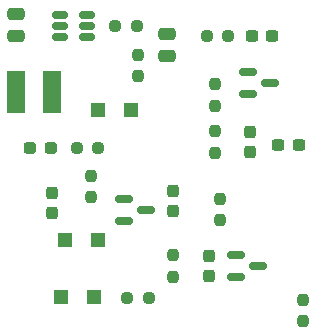
<source format=gtp>
%TF.GenerationSoftware,KiCad,Pcbnew,8.0.0*%
%TF.CreationDate,2024-05-14T19:01:21+09:00*%
%TF.ProjectId,TINY202_PROG.kicad_240514_single_pcb,54494e59-3230-4325-9f50-524f472e6b69,rev?*%
%TF.SameCoordinates,Original*%
%TF.FileFunction,Paste,Top*%
%TF.FilePolarity,Positive*%
%FSLAX46Y46*%
G04 Gerber Fmt 4.6, Leading zero omitted, Abs format (unit mm)*
G04 Created by KiCad (PCBNEW 8.0.0) date 2024-05-14 19:01:21*
%MOMM*%
%LPD*%
G01*
G04 APERTURE LIST*
G04 Aperture macros list*
%AMRoundRect*
0 Rectangle with rounded corners*
0 $1 Rounding radius*
0 $2 $3 $4 $5 $6 $7 $8 $9 X,Y pos of 4 corners*
0 Add a 4 corners polygon primitive as box body*
4,1,4,$2,$3,$4,$5,$6,$7,$8,$9,$2,$3,0*
0 Add four circle primitives for the rounded corners*
1,1,$1+$1,$2,$3*
1,1,$1+$1,$4,$5*
1,1,$1+$1,$6,$7*
1,1,$1+$1,$8,$9*
0 Add four rect primitives between the rounded corners*
20,1,$1+$1,$2,$3,$4,$5,0*
20,1,$1+$1,$4,$5,$6,$7,0*
20,1,$1+$1,$6,$7,$8,$9,0*
20,1,$1+$1,$8,$9,$2,$3,0*%
G04 Aperture macros list end*
%ADD10RoundRect,0.237500X-0.250000X-0.237500X0.250000X-0.237500X0.250000X0.237500X-0.250000X0.237500X0*%
%ADD11RoundRect,0.237500X-0.237500X0.300000X-0.237500X-0.300000X0.237500X-0.300000X0.237500X0.300000X0*%
%ADD12RoundRect,0.150000X0.512500X0.150000X-0.512500X0.150000X-0.512500X-0.150000X0.512500X-0.150000X0*%
%ADD13RoundRect,0.250000X0.475000X-0.250000X0.475000X0.250000X-0.475000X0.250000X-0.475000X-0.250000X0*%
%ADD14R,1.200000X1.200000*%
%ADD15RoundRect,0.237500X0.250000X0.237500X-0.250000X0.237500X-0.250000X-0.237500X0.250000X-0.237500X0*%
%ADD16RoundRect,0.237500X-0.287500X-0.237500X0.287500X-0.237500X0.287500X0.237500X-0.287500X0.237500X0*%
%ADD17RoundRect,0.150000X-0.587500X-0.150000X0.587500X-0.150000X0.587500X0.150000X-0.587500X0.150000X0*%
%ADD18RoundRect,0.237500X-0.237500X0.250000X-0.237500X-0.250000X0.237500X-0.250000X0.237500X0.250000X0*%
%ADD19RoundRect,0.237500X0.237500X-0.300000X0.237500X0.300000X-0.237500X0.300000X-0.237500X-0.300000X0*%
%ADD20RoundRect,0.237500X-0.300000X-0.237500X0.300000X-0.237500X0.300000X0.237500X-0.300000X0.237500X0*%
%ADD21RoundRect,0.237500X0.300000X0.237500X-0.300000X0.237500X-0.300000X-0.237500X0.300000X-0.237500X0*%
%ADD22RoundRect,0.237500X0.237500X-0.250000X0.237500X0.250000X-0.237500X0.250000X-0.237500X-0.250000X0*%
%ADD23R,1.500000X3.600000*%
G04 APERTURE END LIST*
D10*
%TO.C,R4*%
X121337500Y-104500000D03*
X123162500Y-104500000D03*
%TD*%
D11*
%TO.C,C3*%
X125000000Y-112637500D03*
X125000000Y-114362500D03*
%TD*%
D12*
%TO.C,U1*%
X111200000Y-104625000D03*
X111200000Y-103675000D03*
X111200000Y-102725000D03*
X108925000Y-102725000D03*
X108925000Y-103675000D03*
X108925000Y-104625000D03*
%TD*%
D11*
%TO.C,C1*%
X121500000Y-123137500D03*
X121500000Y-124862500D03*
%TD*%
D13*
%TO.C,C6*%
X105200000Y-104512500D03*
X105200000Y-102612500D03*
%TD*%
D14*
%TO.C,D3*%
X109350000Y-121750000D03*
X112150000Y-121750000D03*
%TD*%
D15*
%TO.C,R1*%
X116412500Y-126687500D03*
X114587500Y-126687500D03*
%TD*%
D16*
%TO.C,D5*%
X106375000Y-114000000D03*
X108125000Y-114000000D03*
%TD*%
D17*
%TO.C,Q4*%
X124812500Y-107550000D03*
X124812500Y-109450000D03*
X126687500Y-108500000D03*
%TD*%
D18*
%TO.C,R9*%
X118500000Y-123087500D03*
X118500000Y-124912500D03*
%TD*%
D19*
%TO.C,C2*%
X108200000Y-119525000D03*
X108200000Y-117800000D03*
%TD*%
D18*
%TO.C,R7*%
X115500000Y-106087500D03*
X115500000Y-107912500D03*
%TD*%
%TO.C,R10*%
X122000000Y-112587500D03*
X122000000Y-114412500D03*
%TD*%
D20*
%TO.C,C8*%
X125137500Y-104500000D03*
X126862500Y-104500000D03*
%TD*%
D21*
%TO.C,C5*%
X129112500Y-113750000D03*
X127387500Y-113750000D03*
%TD*%
D17*
%TO.C,Q2*%
X123812500Y-123050000D03*
X123812500Y-124950000D03*
X125687500Y-124000000D03*
%TD*%
D22*
%TO.C,R2*%
X122000000Y-110412500D03*
X122000000Y-108587500D03*
%TD*%
D10*
%TO.C,R11*%
X110337500Y-114000000D03*
X112162500Y-114000000D03*
%TD*%
%TO.C,R8*%
X113587500Y-103687500D03*
X115412500Y-103687500D03*
%TD*%
D13*
%TO.C,C7*%
X118000000Y-106200000D03*
X118000000Y-104300000D03*
%TD*%
D14*
%TO.C,D1*%
X109000000Y-126600000D03*
X111800000Y-126600000D03*
%TD*%
D23*
%TO.C,L1*%
X105225000Y-109250000D03*
X108275000Y-109250000D03*
%TD*%
D18*
%TO.C,R3*%
X111500000Y-116337500D03*
X111500000Y-118162500D03*
%TD*%
%TO.C,R5*%
X122500000Y-118287500D03*
X122500000Y-120112500D03*
%TD*%
%TO.C,R6*%
X129500000Y-126837500D03*
X129500000Y-128662500D03*
%TD*%
D19*
%TO.C,C4*%
X118500000Y-119362500D03*
X118500000Y-117637500D03*
%TD*%
D14*
%TO.C,D4*%
X114900000Y-110750000D03*
X112100000Y-110750000D03*
%TD*%
D17*
%TO.C,Q1*%
X114312500Y-118300000D03*
X114312500Y-120200000D03*
X116187500Y-119250000D03*
%TD*%
M02*

</source>
